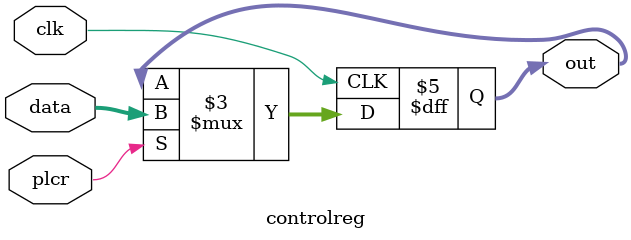
<source format=sv>
module controlreg(data,plcr,out,clk);
  input [2:0] data;
  input plcr,clk;
  output reg [2:0] out;
  
  always @(posedge clk)
    if(plcr)
      out=data;
endmodule
</source>
